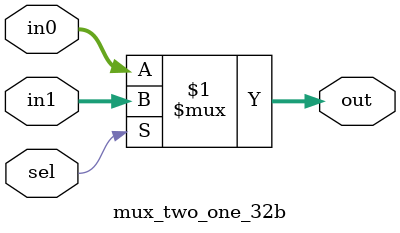
<source format=v>
`timescale 1ns / 1ps

module mux_two_one_32b#(parameter N=32)(
    output [N-1 : 0] out,
    input [N-1 : 0] in0,
    input [N-1 : 0] in1,
    input sel
    );
    
    
    assign out  = sel ? in1 : in0;
    
    
    
endmodule

</source>
